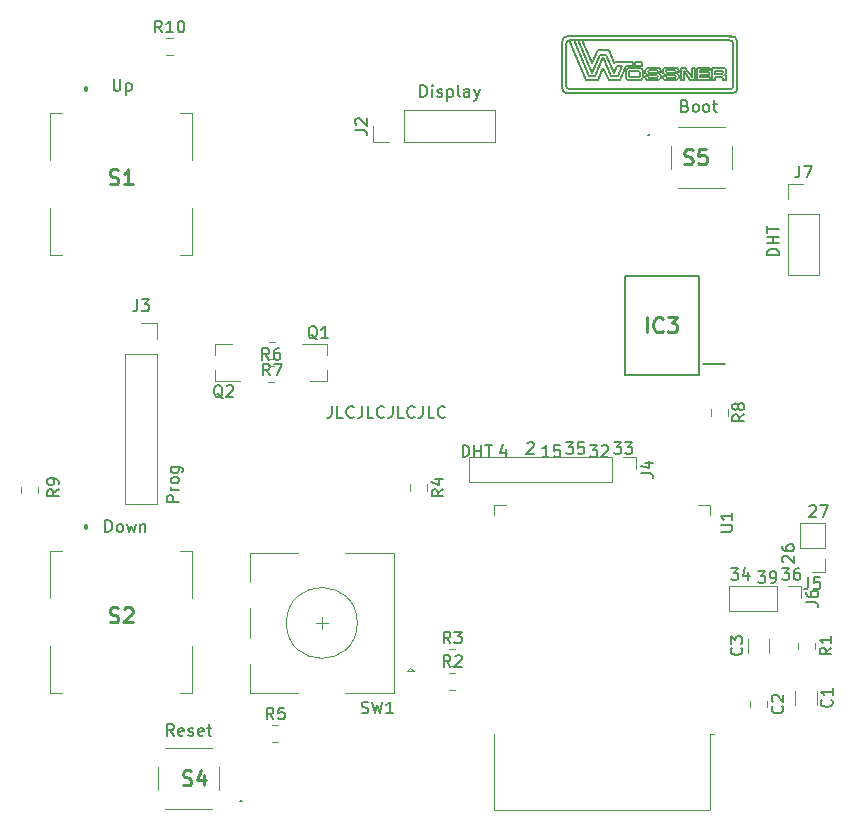
<source format=gbr>
%TF.GenerationSoftware,KiCad,Pcbnew,(5.1.6)-1*%
%TF.CreationDate,2022-02-08T04:05:35+01:00*%
%TF.ProjectId,Thermostat,54686572-6d6f-4737-9461-742e6b696361,rev?*%
%TF.SameCoordinates,Original*%
%TF.FileFunction,Legend,Top*%
%TF.FilePolarity,Positive*%
%FSLAX46Y46*%
G04 Gerber Fmt 4.6, Leading zero omitted, Abs format (unit mm)*
G04 Created by KiCad (PCBNEW (5.1.6)-1) date 2022-02-08 04:05:35*
%MOMM*%
%LPD*%
G01*
G04 APERTURE LIST*
%ADD10C,0.150000*%
%ADD11C,0.128000*%
%ADD12C,0.200000*%
%ADD13C,0.100000*%
%ADD14C,0.300000*%
%ADD15C,0.120000*%
%ADD16C,0.254000*%
G04 APERTURE END LIST*
D10*
X91646952Y-69302380D02*
X91646952Y-70016666D01*
X91599333Y-70159523D01*
X91504095Y-70254761D01*
X91361238Y-70302380D01*
X91266000Y-70302380D01*
X92599333Y-70302380D02*
X92123142Y-70302380D01*
X92123142Y-69302380D01*
X93504095Y-70207142D02*
X93456476Y-70254761D01*
X93313619Y-70302380D01*
X93218380Y-70302380D01*
X93075523Y-70254761D01*
X92980285Y-70159523D01*
X92932666Y-70064285D01*
X92885047Y-69873809D01*
X92885047Y-69730952D01*
X92932666Y-69540476D01*
X92980285Y-69445238D01*
X93075523Y-69350000D01*
X93218380Y-69302380D01*
X93313619Y-69302380D01*
X93456476Y-69350000D01*
X93504095Y-69397619D01*
X94218380Y-69302380D02*
X94218380Y-70016666D01*
X94170761Y-70159523D01*
X94075523Y-70254761D01*
X93932666Y-70302380D01*
X93837428Y-70302380D01*
X95170761Y-70302380D02*
X94694571Y-70302380D01*
X94694571Y-69302380D01*
X96075523Y-70207142D02*
X96027904Y-70254761D01*
X95885047Y-70302380D01*
X95789809Y-70302380D01*
X95646952Y-70254761D01*
X95551714Y-70159523D01*
X95504095Y-70064285D01*
X95456476Y-69873809D01*
X95456476Y-69730952D01*
X95504095Y-69540476D01*
X95551714Y-69445238D01*
X95646952Y-69350000D01*
X95789809Y-69302380D01*
X95885047Y-69302380D01*
X96027904Y-69350000D01*
X96075523Y-69397619D01*
X96789809Y-69302380D02*
X96789809Y-70016666D01*
X96742190Y-70159523D01*
X96646952Y-70254761D01*
X96504095Y-70302380D01*
X96408857Y-70302380D01*
X97742190Y-70302380D02*
X97266000Y-70302380D01*
X97266000Y-69302380D01*
X98646952Y-70207142D02*
X98599333Y-70254761D01*
X98456476Y-70302380D01*
X98361238Y-70302380D01*
X98218380Y-70254761D01*
X98123142Y-70159523D01*
X98075523Y-70064285D01*
X98027904Y-69873809D01*
X98027904Y-69730952D01*
X98075523Y-69540476D01*
X98123142Y-69445238D01*
X98218380Y-69350000D01*
X98361238Y-69302380D01*
X98456476Y-69302380D01*
X98599333Y-69350000D01*
X98646952Y-69397619D01*
X99361238Y-69302380D02*
X99361238Y-70016666D01*
X99313619Y-70159523D01*
X99218380Y-70254761D01*
X99075523Y-70302380D01*
X98980285Y-70302380D01*
X100313619Y-70302380D02*
X99837428Y-70302380D01*
X99837428Y-69302380D01*
X101218380Y-70207142D02*
X101170761Y-70254761D01*
X101027904Y-70302380D01*
X100932666Y-70302380D01*
X100789809Y-70254761D01*
X100694571Y-70159523D01*
X100646952Y-70064285D01*
X100599333Y-69873809D01*
X100599333Y-69730952D01*
X100646952Y-69540476D01*
X100694571Y-69445238D01*
X100789809Y-69350000D01*
X100932666Y-69302380D01*
X101027904Y-69302380D01*
X101170761Y-69350000D01*
X101218380Y-69397619D01*
D11*
X119156632Y-40865611D02*
G75*
G02*
X119258246Y-40991499I-12137J-113751D01*
G01*
X124086626Y-41160856D02*
X124696311Y-41160856D01*
X124086626Y-41736670D02*
X124086626Y-41416248D01*
X124086626Y-40908177D02*
X124086626Y-41160856D01*
X124086626Y-41416248D02*
X124662439Y-41416248D01*
X124662439Y-41416248D02*
G75*
G02*
X124797925Y-41601184I-24725J-160211D01*
G01*
X119156632Y-40865611D02*
X118497496Y-40865611D01*
X124797925Y-41009790D02*
G75*
G02*
X124696311Y-41160856I-126340J-24726D01*
G01*
X124696311Y-40908177D02*
G75*
G02*
X124797925Y-41009791I0J-101614D01*
G01*
X123831234Y-41736670D02*
X124086626Y-41736670D01*
X124696311Y-40908177D02*
X124086626Y-40908177D01*
X119513638Y-40923756D02*
X119513638Y-40991499D01*
X119178539Y-41312598D02*
X118364526Y-41285494D01*
X118158901Y-41065703D02*
X118158783Y-40865611D01*
X118371608Y-40652785D02*
X119242667Y-40652785D01*
X119178540Y-41312599D02*
G75*
G02*
X119174924Y-41523843I-3566J-105592D01*
G01*
X119242667Y-40652785D02*
G75*
G02*
X119513638Y-40923756I0J-270971D01*
G01*
X118158782Y-40865611D02*
G75*
G02*
X118371608Y-40652785I212826J0D01*
G01*
X118364525Y-41285493D02*
G75*
G02*
X118158901Y-41065703I7083J212707D01*
G01*
X116775306Y-41345792D02*
X116775306Y-41043662D01*
X116910792Y-41481278D02*
G75*
G02*
X116775306Y-41345792I0J135486D01*
G01*
X119513638Y-40991499D02*
X119258246Y-40991499D01*
X120804194Y-41736670D02*
X119933136Y-41736670D01*
X119662165Y-40865611D02*
G75*
G02*
X119874991Y-40652785I212826J0D01*
G01*
X119867908Y-41285495D02*
G75*
G02*
X119662282Y-41065703I7083J212709D01*
G01*
X120681921Y-41312599D02*
G75*
G02*
X120678307Y-41523843I-3565J-105592D01*
G01*
X125639686Y-42203960D02*
G75*
G02*
X125368987Y-42474659I-270699J0D01*
G01*
X120811276Y-41103960D02*
G75*
G02*
X121017021Y-41316669I-7082J-212709D01*
G01*
X120019171Y-41523843D02*
X120678307Y-41523843D01*
X120019171Y-41523843D02*
G75*
G02*
X119917556Y-41397956I12136J113751D01*
G01*
X121017021Y-41523843D02*
G75*
G02*
X120804194Y-41736670I-212827J0D01*
G01*
X121017021Y-41316669D02*
X121017021Y-41523843D01*
X120660015Y-40865611D02*
X120000879Y-40865611D01*
X125368987Y-42474659D02*
X111760000Y-42474659D01*
X120660015Y-40865611D02*
G75*
G02*
X120761629Y-40991499I-12137J-113751D01*
G01*
X120746050Y-40652785D02*
G75*
G02*
X121017021Y-40923756I0J-270971D01*
G01*
X120681922Y-41312598D02*
X119867909Y-41285494D01*
X119662282Y-41065703D02*
X119662165Y-40865611D01*
X125639687Y-38624701D02*
X125639687Y-42203960D01*
X119997263Y-41076857D02*
X120811277Y-41103960D01*
X119662165Y-41465699D02*
X119662165Y-41397956D01*
X119997263Y-41076857D02*
G75*
G02*
X120000879Y-40865611I3566J105593D01*
G01*
X119662165Y-41397956D02*
X119917556Y-41397956D01*
X119933136Y-41736670D02*
G75*
G02*
X119662165Y-41465699I0J270971D01*
G01*
X119874991Y-40652785D02*
X120746050Y-40652785D01*
X118429753Y-41736669D02*
G75*
G02*
X118158783Y-41465699I0J270970D01*
G01*
X118515788Y-41523843D02*
X119174924Y-41523843D01*
X119307894Y-41103961D02*
G75*
G02*
X119513638Y-41316669I-7082J-212708D01*
G01*
X118158783Y-41465699D02*
X118158783Y-41397956D01*
X118158783Y-41397956D02*
X118414174Y-41397956D01*
X119300812Y-41736670D02*
X118429753Y-41736670D01*
X118493881Y-41076857D02*
X119307894Y-41103960D01*
X118493880Y-41076857D02*
G75*
G02*
X118497496Y-40865611I3566J105593D01*
G01*
X119513638Y-41316669D02*
X119513638Y-41523843D01*
X119513639Y-41523843D02*
G75*
G02*
X119300812Y-41736670I-212827J0D01*
G01*
X118515789Y-41523843D02*
G75*
G02*
X118414174Y-41397956I12136J113751D01*
G01*
X116519915Y-41397956D02*
X116519915Y-40991499D01*
X116775307Y-41043662D02*
G75*
G02*
X116910792Y-40908177I135485J0D01*
G01*
X117619379Y-41481278D02*
X116910792Y-41481278D01*
X116858629Y-41736670D02*
G75*
G02*
X116519915Y-41397956I0J338714D01*
G01*
X116910792Y-40908177D02*
X117619379Y-40908177D01*
X117671542Y-40652785D02*
G75*
G02*
X118010256Y-40991499I0J-338714D01*
G01*
X116858629Y-40652785D02*
X117671542Y-40652785D01*
X116519915Y-40991499D02*
G75*
G02*
X116858629Y-40652785I338714J0D01*
G01*
X117619379Y-40908176D02*
G75*
G02*
X117754865Y-41043662I0J-135486D01*
G01*
X117754865Y-41345792D02*
G75*
G02*
X117619379Y-41481278I-135486J0D01*
G01*
X117754865Y-41043662D02*
X117754865Y-41345792D01*
X112863896Y-38354000D02*
X125368987Y-38354000D01*
X112495931Y-38354000D02*
X112863896Y-38354000D01*
X112127965Y-38354000D02*
X112495931Y-38354000D01*
X118010256Y-40991499D02*
X118010256Y-41397956D01*
X111489299Y-38624701D02*
G75*
G02*
X111760000Y-38354000I270701J0D01*
G01*
X111760000Y-38354000D02*
X112127965Y-38354000D01*
X117671542Y-41736670D02*
X116858629Y-41736670D01*
X111489299Y-42203960D02*
X111489299Y-38624701D01*
X111760000Y-42474661D02*
G75*
G02*
X111489299Y-42203960I0J270701D01*
G01*
X125368987Y-38354001D02*
G75*
G02*
X125639687Y-38624701I0J-270700D01*
G01*
X118010256Y-41397956D02*
G75*
G02*
X117671542Y-41736670I-338714J0D01*
G01*
X121165999Y-40652785D02*
X121566475Y-40652785D01*
X123682707Y-40652785D02*
X122546659Y-40652785D01*
X123682707Y-41736670D02*
X123682707Y-41481278D01*
X121165999Y-41736670D02*
X121165999Y-40652785D01*
X122802051Y-40874305D02*
X123682707Y-40874305D01*
X122802051Y-41305488D02*
X123614965Y-41305488D01*
X122546659Y-41736670D02*
X123682707Y-41736670D01*
X121017021Y-40991499D02*
X120761629Y-40991499D01*
X122546659Y-40652785D02*
X122546659Y-41736670D01*
X123682707Y-40874305D02*
X123682707Y-40652785D01*
X121017021Y-40923756D02*
X121017021Y-40991499D01*
X123614965Y-41050096D02*
X122802051Y-41050096D01*
X122802051Y-41481278D02*
X122802051Y-41305488D01*
X121421391Y-41736670D02*
X121165999Y-41736670D01*
X123682707Y-41481278D02*
X122802051Y-41481278D01*
X122802051Y-41050096D02*
X122802051Y-40874305D01*
X121997205Y-41736670D02*
X121421391Y-40957627D01*
X122397680Y-41736670D02*
X121997205Y-41736670D01*
X122397680Y-40652785D02*
X122397680Y-41736670D01*
X122142289Y-40652785D02*
X122397680Y-40652785D01*
X123614965Y-41305488D02*
X123614965Y-41050096D01*
X122142289Y-41431827D02*
X122142289Y-40652785D01*
X121566475Y-40652785D02*
X122142289Y-41431827D01*
X124797925Y-41601184D02*
X124797925Y-41736670D01*
X124850088Y-40652785D02*
X123831234Y-40652785D01*
X124850088Y-41280762D02*
G75*
G02*
X125053317Y-41533441I-24725J-227954D01*
G01*
X125053317Y-41736670D02*
X125053317Y-41533441D01*
X124850088Y-40652784D02*
G75*
G02*
X125053317Y-40856013I0J-203229D01*
G01*
X125053317Y-41126985D02*
X125053317Y-40856013D01*
X125053317Y-41126985D02*
G75*
G02*
X124850088Y-41280762I-178503J24726D01*
G01*
X124797925Y-41736670D02*
X125053317Y-41736670D01*
X123831234Y-40652785D02*
X123831234Y-41736670D01*
X121421391Y-40957627D02*
X121421391Y-41736670D01*
X113680063Y-41143642D02*
X114349652Y-39566190D01*
X115568026Y-41143642D02*
X115820665Y-40486421D01*
X125338511Y-38073881D02*
G75*
G02*
X125985582Y-38429195I225982J-355314D01*
G01*
X125985582Y-42399464D02*
X125985582Y-38429195D01*
X114624045Y-39786633D02*
X113954456Y-41364084D01*
X112495931Y-38354000D02*
X113680063Y-41143642D01*
X114898438Y-39566190D02*
X115568026Y-41143642D01*
X125985583Y-42399464D02*
G75*
G02*
X125564493Y-42820554I-421090J0D01*
G01*
X125564493Y-38008106D02*
X111564494Y-38008106D01*
X111143405Y-38429195D02*
X111143405Y-42399464D01*
X115293633Y-41364084D02*
X114624045Y-39786633D01*
X111143405Y-38429195D02*
G75*
G02*
X111564494Y-38008106I421089J0D01*
G01*
X111564494Y-42820554D02*
X125564493Y-42820554D01*
X116188631Y-40486421D02*
X115842419Y-41364084D01*
X117321324Y-40486421D02*
X117321324Y-40209747D01*
X117891707Y-40486421D02*
X117321324Y-40486421D01*
X115820665Y-40486421D02*
X116188631Y-40486421D01*
X114349652Y-39566190D02*
X114898438Y-39566190D01*
X115842419Y-41364084D02*
X115293633Y-41364084D01*
X111564494Y-42820553D02*
G75*
G02*
X111143405Y-42399464I0J421089D01*
G01*
X117321324Y-40209747D02*
X117891707Y-40209747D01*
X117891707Y-40209747D02*
X117891707Y-40486421D01*
X113405670Y-41364084D02*
X112127965Y-38354000D01*
X114139839Y-39193605D02*
X113680063Y-40276769D01*
X115108250Y-39193605D02*
X114139839Y-39193605D01*
X113680063Y-40276769D02*
X112863896Y-38354000D01*
X113954456Y-41364084D02*
X113405670Y-41364084D01*
X116556596Y-40486421D02*
X117174976Y-40486421D01*
X115596475Y-40209747D02*
X115568026Y-40276769D01*
X117174976Y-40486421D02*
X117174976Y-40209747D01*
X115083821Y-41736670D02*
X116052232Y-41736670D01*
X114164269Y-41736670D02*
X114624045Y-40653505D01*
X115568026Y-40276769D02*
X115108250Y-39193605D01*
X117174976Y-40209747D02*
X115596475Y-40209747D01*
X116052232Y-41736670D02*
X116556596Y-40486421D01*
X114624045Y-40653505D02*
X115083821Y-41736670D01*
X113195858Y-41736670D02*
X114164269Y-41736670D01*
X111760000Y-38354000D02*
X113195858Y-41736670D01*
D10*
X102719333Y-73604380D02*
X102719333Y-72604380D01*
X102957428Y-72604380D01*
X103100285Y-72652000D01*
X103195523Y-72747238D01*
X103243142Y-72842476D01*
X103290761Y-73032952D01*
X103290761Y-73175809D01*
X103243142Y-73366285D01*
X103195523Y-73461523D01*
X103100285Y-73556761D01*
X102957428Y-73604380D01*
X102719333Y-73604380D01*
X103719333Y-73604380D02*
X103719333Y-72604380D01*
X103719333Y-73080571D02*
X104290761Y-73080571D01*
X104290761Y-73604380D02*
X104290761Y-72604380D01*
X104624095Y-72604380D02*
X105195523Y-72604380D01*
X104909809Y-73604380D02*
X104909809Y-72604380D01*
X132080095Y-77779619D02*
X132127714Y-77732000D01*
X132222952Y-77684380D01*
X132461047Y-77684380D01*
X132556285Y-77732000D01*
X132603904Y-77779619D01*
X132651523Y-77874857D01*
X132651523Y-77970095D01*
X132603904Y-78112952D01*
X132032476Y-78684380D01*
X132651523Y-78684380D01*
X132984857Y-77684380D02*
X133651523Y-77684380D01*
X133222952Y-78684380D01*
X129849619Y-82549904D02*
X129802000Y-82502285D01*
X129754380Y-82407047D01*
X129754380Y-82168952D01*
X129802000Y-82073714D01*
X129849619Y-82026095D01*
X129944857Y-81978476D01*
X130040095Y-81978476D01*
X130182952Y-82026095D01*
X130754380Y-82597523D01*
X130754380Y-81978476D01*
X129754380Y-81121333D02*
X129754380Y-81311809D01*
X129802000Y-81407047D01*
X129849619Y-81454666D01*
X129992476Y-81549904D01*
X130182952Y-81597523D01*
X130563904Y-81597523D01*
X130659142Y-81549904D01*
X130706761Y-81502285D01*
X130754380Y-81407047D01*
X130754380Y-81216571D01*
X130706761Y-81121333D01*
X130659142Y-81073714D01*
X130563904Y-81026095D01*
X130325809Y-81026095D01*
X130230571Y-81073714D01*
X130182952Y-81121333D01*
X130135333Y-81216571D01*
X130135333Y-81407047D01*
X130182952Y-81502285D01*
X130230571Y-81549904D01*
X130325809Y-81597523D01*
X129746476Y-83018380D02*
X130365523Y-83018380D01*
X130032190Y-83399333D01*
X130175047Y-83399333D01*
X130270285Y-83446952D01*
X130317904Y-83494571D01*
X130365523Y-83589809D01*
X130365523Y-83827904D01*
X130317904Y-83923142D01*
X130270285Y-83970761D01*
X130175047Y-84018380D01*
X129889333Y-84018380D01*
X129794095Y-83970761D01*
X129746476Y-83923142D01*
X131222666Y-83018380D02*
X131032190Y-83018380D01*
X130936952Y-83066000D01*
X130889333Y-83113619D01*
X130794095Y-83256476D01*
X130746476Y-83446952D01*
X130746476Y-83827904D01*
X130794095Y-83923142D01*
X130841714Y-83970761D01*
X130936952Y-84018380D01*
X131127428Y-84018380D01*
X131222666Y-83970761D01*
X131270285Y-83923142D01*
X131317904Y-83827904D01*
X131317904Y-83589809D01*
X131270285Y-83494571D01*
X131222666Y-83446952D01*
X131127428Y-83399333D01*
X130936952Y-83399333D01*
X130841714Y-83446952D01*
X130794095Y-83494571D01*
X130746476Y-83589809D01*
X127714476Y-83272380D02*
X128333523Y-83272380D01*
X128000190Y-83653333D01*
X128143047Y-83653333D01*
X128238285Y-83700952D01*
X128285904Y-83748571D01*
X128333523Y-83843809D01*
X128333523Y-84081904D01*
X128285904Y-84177142D01*
X128238285Y-84224761D01*
X128143047Y-84272380D01*
X127857333Y-84272380D01*
X127762095Y-84224761D01*
X127714476Y-84177142D01*
X128809714Y-84272380D02*
X129000190Y-84272380D01*
X129095428Y-84224761D01*
X129143047Y-84177142D01*
X129238285Y-84034285D01*
X129285904Y-83843809D01*
X129285904Y-83462857D01*
X129238285Y-83367619D01*
X129190666Y-83320000D01*
X129095428Y-83272380D01*
X128904952Y-83272380D01*
X128809714Y-83320000D01*
X128762095Y-83367619D01*
X128714476Y-83462857D01*
X128714476Y-83700952D01*
X128762095Y-83796190D01*
X128809714Y-83843809D01*
X128904952Y-83891428D01*
X129095428Y-83891428D01*
X129190666Y-83843809D01*
X129238285Y-83796190D01*
X129285904Y-83700952D01*
X125428476Y-83018380D02*
X126047523Y-83018380D01*
X125714190Y-83399333D01*
X125857047Y-83399333D01*
X125952285Y-83446952D01*
X125999904Y-83494571D01*
X126047523Y-83589809D01*
X126047523Y-83827904D01*
X125999904Y-83923142D01*
X125952285Y-83970761D01*
X125857047Y-84018380D01*
X125571333Y-84018380D01*
X125476095Y-83970761D01*
X125428476Y-83923142D01*
X126904666Y-83351714D02*
X126904666Y-84018380D01*
X126666571Y-82970761D02*
X126428476Y-83685047D01*
X127047523Y-83685047D01*
X115522476Y-72350380D02*
X116141523Y-72350380D01*
X115808190Y-72731333D01*
X115951047Y-72731333D01*
X116046285Y-72778952D01*
X116093904Y-72826571D01*
X116141523Y-72921809D01*
X116141523Y-73159904D01*
X116093904Y-73255142D01*
X116046285Y-73302761D01*
X115951047Y-73350380D01*
X115665333Y-73350380D01*
X115570095Y-73302761D01*
X115522476Y-73255142D01*
X116474857Y-72350380D02*
X117093904Y-72350380D01*
X116760571Y-72731333D01*
X116903428Y-72731333D01*
X116998666Y-72778952D01*
X117046285Y-72826571D01*
X117093904Y-72921809D01*
X117093904Y-73159904D01*
X117046285Y-73255142D01*
X116998666Y-73302761D01*
X116903428Y-73350380D01*
X116617714Y-73350380D01*
X116522476Y-73302761D01*
X116474857Y-73255142D01*
X113490476Y-72604380D02*
X114109523Y-72604380D01*
X113776190Y-72985333D01*
X113919047Y-72985333D01*
X114014285Y-73032952D01*
X114061904Y-73080571D01*
X114109523Y-73175809D01*
X114109523Y-73413904D01*
X114061904Y-73509142D01*
X114014285Y-73556761D01*
X113919047Y-73604380D01*
X113633333Y-73604380D01*
X113538095Y-73556761D01*
X113490476Y-73509142D01*
X114490476Y-72699619D02*
X114538095Y-72652000D01*
X114633333Y-72604380D01*
X114871428Y-72604380D01*
X114966666Y-72652000D01*
X115014285Y-72699619D01*
X115061904Y-72794857D01*
X115061904Y-72890095D01*
X115014285Y-73032952D01*
X114442857Y-73604380D01*
X115061904Y-73604380D01*
X111458476Y-72350380D02*
X112077523Y-72350380D01*
X111744190Y-72731333D01*
X111887047Y-72731333D01*
X111982285Y-72778952D01*
X112029904Y-72826571D01*
X112077523Y-72921809D01*
X112077523Y-73159904D01*
X112029904Y-73255142D01*
X111982285Y-73302761D01*
X111887047Y-73350380D01*
X111601333Y-73350380D01*
X111506095Y-73302761D01*
X111458476Y-73255142D01*
X112982285Y-72350380D02*
X112506095Y-72350380D01*
X112458476Y-72826571D01*
X112506095Y-72778952D01*
X112601333Y-72731333D01*
X112839428Y-72731333D01*
X112934666Y-72778952D01*
X112982285Y-72826571D01*
X113029904Y-72921809D01*
X113029904Y-73159904D01*
X112982285Y-73255142D01*
X112934666Y-73302761D01*
X112839428Y-73350380D01*
X112601333Y-73350380D01*
X112506095Y-73302761D01*
X112458476Y-73255142D01*
X110045523Y-73604380D02*
X109474095Y-73604380D01*
X109759809Y-73604380D02*
X109759809Y-72604380D01*
X109664571Y-72747238D01*
X109569333Y-72842476D01*
X109474095Y-72890095D01*
X110950285Y-72604380D02*
X110474095Y-72604380D01*
X110426476Y-73080571D01*
X110474095Y-73032952D01*
X110569333Y-72985333D01*
X110807428Y-72985333D01*
X110902666Y-73032952D01*
X110950285Y-73080571D01*
X110997904Y-73175809D01*
X110997904Y-73413904D01*
X110950285Y-73509142D01*
X110902666Y-73556761D01*
X110807428Y-73604380D01*
X110569333Y-73604380D01*
X110474095Y-73556761D01*
X110426476Y-73509142D01*
X108172285Y-72445619D02*
X108219904Y-72398000D01*
X108315142Y-72350380D01*
X108553238Y-72350380D01*
X108648476Y-72398000D01*
X108696095Y-72445619D01*
X108743714Y-72540857D01*
X108743714Y-72636095D01*
X108696095Y-72778952D01*
X108124666Y-73350380D01*
X108743714Y-73350380D01*
X106362476Y-72937714D02*
X106362476Y-73604380D01*
X106124380Y-72556761D02*
X105886285Y-73271047D01*
X106505333Y-73271047D01*
X129484380Y-56538666D02*
X128484380Y-56538666D01*
X128484380Y-56300571D01*
X128532000Y-56157714D01*
X128627238Y-56062476D01*
X128722476Y-56014857D01*
X128912952Y-55967238D01*
X129055809Y-55967238D01*
X129246285Y-56014857D01*
X129341523Y-56062476D01*
X129436761Y-56157714D01*
X129484380Y-56300571D01*
X129484380Y-56538666D01*
X129484380Y-55538666D02*
X128484380Y-55538666D01*
X128960571Y-55538666D02*
X128960571Y-54967238D01*
X129484380Y-54967238D02*
X128484380Y-54967238D01*
X128484380Y-54633904D02*
X128484380Y-54062476D01*
X129484380Y-54348190D02*
X128484380Y-54348190D01*
X121562952Y-43870571D02*
X121705809Y-43918190D01*
X121753428Y-43965809D01*
X121801047Y-44061047D01*
X121801047Y-44203904D01*
X121753428Y-44299142D01*
X121705809Y-44346761D01*
X121610571Y-44394380D01*
X121229619Y-44394380D01*
X121229619Y-43394380D01*
X121562952Y-43394380D01*
X121658190Y-43442000D01*
X121705809Y-43489619D01*
X121753428Y-43584857D01*
X121753428Y-43680095D01*
X121705809Y-43775333D01*
X121658190Y-43822952D01*
X121562952Y-43870571D01*
X121229619Y-43870571D01*
X122372476Y-44394380D02*
X122277238Y-44346761D01*
X122229619Y-44299142D01*
X122182000Y-44203904D01*
X122182000Y-43918190D01*
X122229619Y-43822952D01*
X122277238Y-43775333D01*
X122372476Y-43727714D01*
X122515333Y-43727714D01*
X122610571Y-43775333D01*
X122658190Y-43822952D01*
X122705809Y-43918190D01*
X122705809Y-44203904D01*
X122658190Y-44299142D01*
X122610571Y-44346761D01*
X122515333Y-44394380D01*
X122372476Y-44394380D01*
X123277238Y-44394380D02*
X123182000Y-44346761D01*
X123134380Y-44299142D01*
X123086761Y-44203904D01*
X123086761Y-43918190D01*
X123134380Y-43822952D01*
X123182000Y-43775333D01*
X123277238Y-43727714D01*
X123420095Y-43727714D01*
X123515333Y-43775333D01*
X123562952Y-43822952D01*
X123610571Y-43918190D01*
X123610571Y-44203904D01*
X123562952Y-44299142D01*
X123515333Y-44346761D01*
X123420095Y-44394380D01*
X123277238Y-44394380D01*
X123896285Y-43727714D02*
X124277238Y-43727714D01*
X124039142Y-43394380D02*
X124039142Y-44251523D01*
X124086761Y-44346761D01*
X124182000Y-44394380D01*
X124277238Y-44394380D01*
X99147619Y-43124380D02*
X99147619Y-42124380D01*
X99385714Y-42124380D01*
X99528571Y-42172000D01*
X99623809Y-42267238D01*
X99671428Y-42362476D01*
X99719047Y-42552952D01*
X99719047Y-42695809D01*
X99671428Y-42886285D01*
X99623809Y-42981523D01*
X99528571Y-43076761D01*
X99385714Y-43124380D01*
X99147619Y-43124380D01*
X100147619Y-43124380D02*
X100147619Y-42457714D01*
X100147619Y-42124380D02*
X100100000Y-42172000D01*
X100147619Y-42219619D01*
X100195238Y-42172000D01*
X100147619Y-42124380D01*
X100147619Y-42219619D01*
X100576190Y-43076761D02*
X100671428Y-43124380D01*
X100861904Y-43124380D01*
X100957142Y-43076761D01*
X101004761Y-42981523D01*
X101004761Y-42933904D01*
X100957142Y-42838666D01*
X100861904Y-42791047D01*
X100719047Y-42791047D01*
X100623809Y-42743428D01*
X100576190Y-42648190D01*
X100576190Y-42600571D01*
X100623809Y-42505333D01*
X100719047Y-42457714D01*
X100861904Y-42457714D01*
X100957142Y-42505333D01*
X101433333Y-42457714D02*
X101433333Y-43457714D01*
X101433333Y-42505333D02*
X101528571Y-42457714D01*
X101719047Y-42457714D01*
X101814285Y-42505333D01*
X101861904Y-42552952D01*
X101909523Y-42648190D01*
X101909523Y-42933904D01*
X101861904Y-43029142D01*
X101814285Y-43076761D01*
X101719047Y-43124380D01*
X101528571Y-43124380D01*
X101433333Y-43076761D01*
X102480952Y-43124380D02*
X102385714Y-43076761D01*
X102338095Y-42981523D01*
X102338095Y-42124380D01*
X103290476Y-43124380D02*
X103290476Y-42600571D01*
X103242857Y-42505333D01*
X103147619Y-42457714D01*
X102957142Y-42457714D01*
X102861904Y-42505333D01*
X103290476Y-43076761D02*
X103195238Y-43124380D01*
X102957142Y-43124380D01*
X102861904Y-43076761D01*
X102814285Y-42981523D01*
X102814285Y-42886285D01*
X102861904Y-42791047D01*
X102957142Y-42743428D01*
X103195238Y-42743428D01*
X103290476Y-42695809D01*
X103671428Y-42457714D02*
X103909523Y-43124380D01*
X104147619Y-42457714D02*
X103909523Y-43124380D01*
X103814285Y-43362476D01*
X103766666Y-43410095D01*
X103671428Y-43457714D01*
X73175904Y-41616380D02*
X73175904Y-42425904D01*
X73223523Y-42521142D01*
X73271142Y-42568761D01*
X73366380Y-42616380D01*
X73556857Y-42616380D01*
X73652095Y-42568761D01*
X73699714Y-42521142D01*
X73747333Y-42425904D01*
X73747333Y-41616380D01*
X74223523Y-41949714D02*
X74223523Y-42949714D01*
X74223523Y-41997333D02*
X74318761Y-41949714D01*
X74509238Y-41949714D01*
X74604476Y-41997333D01*
X74652095Y-42044952D01*
X74699714Y-42140190D01*
X74699714Y-42425904D01*
X74652095Y-42521142D01*
X74604476Y-42568761D01*
X74509238Y-42616380D01*
X74318761Y-42616380D01*
X74223523Y-42568761D01*
X78684380Y-77422190D02*
X77684380Y-77422190D01*
X77684380Y-77041238D01*
X77732000Y-76946000D01*
X77779619Y-76898380D01*
X77874857Y-76850761D01*
X78017714Y-76850761D01*
X78112952Y-76898380D01*
X78160571Y-76946000D01*
X78208190Y-77041238D01*
X78208190Y-77422190D01*
X78684380Y-76422190D02*
X78017714Y-76422190D01*
X78208190Y-76422190D02*
X78112952Y-76374571D01*
X78065333Y-76326952D01*
X78017714Y-76231714D01*
X78017714Y-76136476D01*
X78684380Y-75660285D02*
X78636761Y-75755523D01*
X78589142Y-75803142D01*
X78493904Y-75850761D01*
X78208190Y-75850761D01*
X78112952Y-75803142D01*
X78065333Y-75755523D01*
X78017714Y-75660285D01*
X78017714Y-75517428D01*
X78065333Y-75422190D01*
X78112952Y-75374571D01*
X78208190Y-75326952D01*
X78493904Y-75326952D01*
X78589142Y-75374571D01*
X78636761Y-75422190D01*
X78684380Y-75517428D01*
X78684380Y-75660285D01*
X78017714Y-74469809D02*
X78827238Y-74469809D01*
X78922476Y-74517428D01*
X78970095Y-74565047D01*
X79017714Y-74660285D01*
X79017714Y-74803142D01*
X78970095Y-74898380D01*
X78636761Y-74469809D02*
X78684380Y-74565047D01*
X78684380Y-74755523D01*
X78636761Y-74850761D01*
X78589142Y-74898380D01*
X78493904Y-74946000D01*
X78208190Y-74946000D01*
X78112952Y-74898380D01*
X78065333Y-74850761D01*
X78017714Y-74755523D01*
X78017714Y-74565047D01*
X78065333Y-74469809D01*
X72477523Y-79954380D02*
X72477523Y-78954380D01*
X72715619Y-78954380D01*
X72858476Y-79002000D01*
X72953714Y-79097238D01*
X73001333Y-79192476D01*
X73048952Y-79382952D01*
X73048952Y-79525809D01*
X73001333Y-79716285D01*
X72953714Y-79811523D01*
X72858476Y-79906761D01*
X72715619Y-79954380D01*
X72477523Y-79954380D01*
X73620380Y-79954380D02*
X73525142Y-79906761D01*
X73477523Y-79859142D01*
X73429904Y-79763904D01*
X73429904Y-79478190D01*
X73477523Y-79382952D01*
X73525142Y-79335333D01*
X73620380Y-79287714D01*
X73763238Y-79287714D01*
X73858476Y-79335333D01*
X73906095Y-79382952D01*
X73953714Y-79478190D01*
X73953714Y-79763904D01*
X73906095Y-79859142D01*
X73858476Y-79906761D01*
X73763238Y-79954380D01*
X73620380Y-79954380D01*
X74287047Y-79287714D02*
X74477523Y-79954380D01*
X74668000Y-79478190D01*
X74858476Y-79954380D01*
X75048952Y-79287714D01*
X75429904Y-79287714D02*
X75429904Y-79954380D01*
X75429904Y-79382952D02*
X75477523Y-79335333D01*
X75572761Y-79287714D01*
X75715619Y-79287714D01*
X75810857Y-79335333D01*
X75858476Y-79430571D01*
X75858476Y-79954380D01*
X78263904Y-97226380D02*
X77930571Y-96750190D01*
X77692476Y-97226380D02*
X77692476Y-96226380D01*
X78073428Y-96226380D01*
X78168666Y-96274000D01*
X78216285Y-96321619D01*
X78263904Y-96416857D01*
X78263904Y-96559714D01*
X78216285Y-96654952D01*
X78168666Y-96702571D01*
X78073428Y-96750190D01*
X77692476Y-96750190D01*
X79073428Y-97178761D02*
X78978190Y-97226380D01*
X78787714Y-97226380D01*
X78692476Y-97178761D01*
X78644857Y-97083523D01*
X78644857Y-96702571D01*
X78692476Y-96607333D01*
X78787714Y-96559714D01*
X78978190Y-96559714D01*
X79073428Y-96607333D01*
X79121047Y-96702571D01*
X79121047Y-96797809D01*
X78644857Y-96893047D01*
X79502000Y-97178761D02*
X79597238Y-97226380D01*
X79787714Y-97226380D01*
X79882952Y-97178761D01*
X79930571Y-97083523D01*
X79930571Y-97035904D01*
X79882952Y-96940666D01*
X79787714Y-96893047D01*
X79644857Y-96893047D01*
X79549619Y-96845428D01*
X79502000Y-96750190D01*
X79502000Y-96702571D01*
X79549619Y-96607333D01*
X79644857Y-96559714D01*
X79787714Y-96559714D01*
X79882952Y-96607333D01*
X80740095Y-97178761D02*
X80644857Y-97226380D01*
X80454380Y-97226380D01*
X80359142Y-97178761D01*
X80311523Y-97083523D01*
X80311523Y-96702571D01*
X80359142Y-96607333D01*
X80454380Y-96559714D01*
X80644857Y-96559714D01*
X80740095Y-96607333D01*
X80787714Y-96702571D01*
X80787714Y-96797809D01*
X80311523Y-96893047D01*
X81073428Y-96559714D02*
X81454380Y-96559714D01*
X81216285Y-96226380D02*
X81216285Y-97083523D01*
X81263904Y-97178761D01*
X81359142Y-97226380D01*
X81454380Y-97226380D01*
D12*
%TO.C,S5*%
X118536000Y-46360000D02*
G75*
G02*
X118436000Y-46360000I-50000J0D01*
G01*
X118436000Y-46360000D02*
G75*
G02*
X118536000Y-46360000I50000J0D01*
G01*
X118536000Y-46360000D02*
G75*
G02*
X118436000Y-46360000I-50000J0D01*
G01*
D13*
X120936000Y-50810000D02*
X124936000Y-50810000D01*
X120936000Y-45710000D02*
X124936000Y-45710000D01*
X125486000Y-47260000D02*
X125486000Y-49260000D01*
X120386000Y-47260000D02*
X120386000Y-49260000D01*
D12*
X118436000Y-46360000D02*
X118436000Y-46360000D01*
X118536000Y-46360000D02*
X118536000Y-46360000D01*
X118436000Y-46360000D02*
X118436000Y-46360000D01*
%TO.C,S4*%
X83902000Y-102738000D02*
G75*
G02*
X84002000Y-102738000I50000J0D01*
G01*
X84002000Y-102738000D02*
G75*
G02*
X83902000Y-102738000I-50000J0D01*
G01*
X83902000Y-102738000D02*
G75*
G02*
X84002000Y-102738000I50000J0D01*
G01*
D13*
X81502000Y-98288000D02*
X77502000Y-98288000D01*
X81502000Y-103388000D02*
X77502000Y-103388000D01*
X76952000Y-101838000D02*
X76952000Y-99838000D01*
X82052000Y-101838000D02*
X82052000Y-99838000D01*
D12*
X84002000Y-102738000D02*
X84002000Y-102738000D01*
X83902000Y-102738000D02*
X83902000Y-102738000D01*
X84002000Y-102738000D02*
X84002000Y-102738000D01*
D14*
%TO.C,S2*%
X70806000Y-79588000D02*
G75*
G02*
X70806000Y-79488000I0J50000D01*
G01*
X70806000Y-79488000D02*
G75*
G02*
X70806000Y-79588000I0J-50000D01*
G01*
X70806000Y-79488000D02*
X70806000Y-79488000D01*
X70806000Y-79588000D02*
X70806000Y-79588000D01*
D13*
X79806000Y-93588000D02*
X78806000Y-93588000D01*
X79806000Y-89588000D02*
X79806000Y-93588000D01*
X67806000Y-93638000D02*
X68806000Y-93588000D01*
X67806000Y-89588000D02*
X67806000Y-93638000D01*
X79806000Y-81588000D02*
X79806000Y-85588000D01*
X78806000Y-81538000D02*
X79806000Y-81588000D01*
X67806000Y-81588000D02*
X67806000Y-85588000D01*
X68806000Y-81588000D02*
X67806000Y-81588000D01*
D14*
%TO.C,S1*%
X70806000Y-42504000D02*
G75*
G02*
X70806000Y-42404000I0J50000D01*
G01*
X70806000Y-42404000D02*
G75*
G02*
X70806000Y-42504000I0J-50000D01*
G01*
X70806000Y-42404000D02*
X70806000Y-42404000D01*
X70806000Y-42504000D02*
X70806000Y-42504000D01*
D13*
X79806000Y-56504000D02*
X78806000Y-56504000D01*
X79806000Y-52504000D02*
X79806000Y-56504000D01*
X67806000Y-56554000D02*
X68806000Y-56504000D01*
X67806000Y-52504000D02*
X67806000Y-56554000D01*
X79806000Y-44504000D02*
X79806000Y-48504000D01*
X78806000Y-44454000D02*
X79806000Y-44504000D01*
X67806000Y-44504000D02*
X67806000Y-48504000D01*
X68806000Y-44504000D02*
X67806000Y-44504000D01*
D15*
%TO.C,J6*%
X125242000Y-84538000D02*
X125242000Y-86658000D01*
X129302000Y-84538000D02*
X125242000Y-84538000D01*
X129302000Y-86658000D02*
X125242000Y-86658000D01*
X129302000Y-84538000D02*
X129302000Y-86658000D01*
X130302000Y-84538000D02*
X131362000Y-84538000D01*
X131362000Y-84538000D02*
X131362000Y-85598000D01*
%TO.C,J5*%
X133394000Y-79236000D02*
X131274000Y-79236000D01*
X133394000Y-81296000D02*
X133394000Y-79236000D01*
X131274000Y-81296000D02*
X131274000Y-79236000D01*
X133394000Y-81296000D02*
X131274000Y-81296000D01*
X133394000Y-82296000D02*
X133394000Y-83356000D01*
X133394000Y-83356000D02*
X132334000Y-83356000D01*
D12*
%TO.C,IC3*%
X124941000Y-65728000D02*
X123041000Y-65728000D01*
X122691000Y-58297000D02*
X122691000Y-66679000D01*
X116441000Y-58297000D02*
X122691000Y-58297000D01*
X116441000Y-66679000D02*
X116441000Y-58297000D01*
X122691000Y-66679000D02*
X116441000Y-66679000D01*
D15*
%TO.C,J4*%
X103272000Y-73616000D02*
X103272000Y-75736000D01*
X115332000Y-73616000D02*
X103272000Y-73616000D01*
X115332000Y-75736000D02*
X103272000Y-75736000D01*
X115332000Y-73616000D02*
X115332000Y-75736000D01*
X116332000Y-73616000D02*
X117392000Y-73616000D01*
X117392000Y-73616000D02*
X117392000Y-74676000D01*
%TO.C,J7*%
X130242000Y-58226000D02*
X132902000Y-58226000D01*
X130242000Y-53086000D02*
X130242000Y-58226000D01*
X132902000Y-53086000D02*
X132902000Y-58226000D01*
X130242000Y-53086000D02*
X132902000Y-53086000D01*
X130242000Y-51816000D02*
X130242000Y-50486000D01*
X130242000Y-50486000D02*
X131572000Y-50486000D01*
%TO.C,SW1*%
X93798000Y-87670000D02*
G75*
G03*
X93798000Y-87670000I-3000000J0D01*
G01*
X88798000Y-93570000D02*
X84698000Y-93570000D01*
X84698000Y-81770000D02*
X88798000Y-81770000D01*
X92798000Y-81770000D02*
X96898000Y-81770000D01*
X92798000Y-93570000D02*
X96898000Y-93570000D01*
X96898000Y-93570000D02*
X96898000Y-81770000D01*
X98298000Y-91470000D02*
X98598000Y-91770000D01*
X98598000Y-91770000D02*
X97998000Y-91770000D01*
X97998000Y-91770000D02*
X98298000Y-91470000D01*
X84698000Y-93570000D02*
X84698000Y-91170000D01*
X84698000Y-88970000D02*
X84698000Y-86370000D01*
X84698000Y-84170000D02*
X84698000Y-81770000D01*
X90798000Y-88170000D02*
X90798000Y-87170000D01*
X91298000Y-87670000D02*
X90298000Y-87670000D01*
%TO.C,R10*%
X77640922Y-39572000D02*
X78158078Y-39572000D01*
X77640922Y-38152000D02*
X78158078Y-38152000D01*
%TO.C,R9*%
X66750000Y-76634078D02*
X66750000Y-76116922D01*
X65330000Y-76634078D02*
X65330000Y-76116922D01*
%TO.C,U1*%
X123620000Y-97045000D02*
X124000000Y-97045000D01*
X123620000Y-103465000D02*
X123620000Y-97045000D01*
X105380000Y-103465000D02*
X105380000Y-97045000D01*
X123620000Y-103465000D02*
X105380000Y-103465000D01*
X105380000Y-77720000D02*
X106380000Y-77720000D01*
X105380000Y-78500000D02*
X105380000Y-77720000D01*
X123620000Y-77720000D02*
X122620000Y-77720000D01*
X123620000Y-78500000D02*
X123620000Y-77720000D01*
%TO.C,R8*%
X123750000Y-69591422D02*
X123750000Y-70108578D01*
X125170000Y-69591422D02*
X125170000Y-70108578D01*
%TO.C,R7*%
X86821078Y-63890000D02*
X86303922Y-63890000D01*
X86821078Y-65310000D02*
X86303922Y-65310000D01*
%TO.C,R6*%
X86241422Y-67310000D02*
X86758578Y-67310000D01*
X86241422Y-65890000D02*
X86758578Y-65890000D01*
%TO.C,R5*%
X86609422Y-97738000D02*
X87126578Y-97738000D01*
X86609422Y-96318000D02*
X87126578Y-96318000D01*
%TO.C,R4*%
X98271500Y-75941422D02*
X98271500Y-76458578D01*
X99691500Y-75941422D02*
X99691500Y-76458578D01*
%TO.C,R3*%
X101595422Y-91310000D02*
X102112578Y-91310000D01*
X101595422Y-89890000D02*
X102112578Y-89890000D01*
%TO.C,R2*%
X101595422Y-93310000D02*
X102112578Y-93310000D01*
X101595422Y-91890000D02*
X102112578Y-91890000D01*
%TO.C,R1*%
X131122500Y-89341422D02*
X131122500Y-89858578D01*
X132542500Y-89341422D02*
X132542500Y-89858578D01*
%TO.C,Q2*%
X81740000Y-64020000D02*
X83200000Y-64020000D01*
X81740000Y-67180000D02*
X83900000Y-67180000D01*
X81740000Y-67180000D02*
X81740000Y-66250000D01*
X81740000Y-64020000D02*
X81740000Y-64950000D01*
%TO.C,Q1*%
X91260000Y-67180000D02*
X89800000Y-67180000D01*
X91260000Y-64020000D02*
X89100000Y-64020000D01*
X91260000Y-64020000D02*
X91260000Y-64950000D01*
X91260000Y-67180000D02*
X91260000Y-66250000D01*
%TO.C,J3*%
X75500000Y-62270000D02*
X76830000Y-62270000D01*
X76830000Y-62270000D02*
X76830000Y-63600000D01*
X76830000Y-64870000D02*
X76830000Y-77630000D01*
X74170000Y-77630000D02*
X76830000Y-77630000D01*
X74170000Y-64870000D02*
X74170000Y-77630000D01*
X74170000Y-64870000D02*
X76830000Y-64870000D01*
%TO.C,J2*%
X95170000Y-46930000D02*
X95170000Y-45600000D01*
X96500000Y-46930000D02*
X95170000Y-46930000D01*
X97770000Y-46930000D02*
X97770000Y-44270000D01*
X97770000Y-44270000D02*
X105450000Y-44270000D01*
X97770000Y-46930000D02*
X105450000Y-46930000D01*
X105450000Y-46930000D02*
X105450000Y-44270000D01*
%TO.C,C3*%
X128680000Y-90202064D02*
X128680000Y-88997936D01*
X126860000Y-90202064D02*
X126860000Y-88997936D01*
%TO.C,C2*%
X127060000Y-94278922D02*
X127060000Y-94796078D01*
X128480000Y-94278922D02*
X128480000Y-94796078D01*
%TO.C,C1*%
X130860000Y-93397936D02*
X130860000Y-94602064D01*
X132680000Y-93397936D02*
X132680000Y-94602064D01*
%TO.C,S5*%
D16*
X121468380Y-48774047D02*
X121649809Y-48834523D01*
X121952190Y-48834523D01*
X122073142Y-48774047D01*
X122133619Y-48713571D01*
X122194095Y-48592619D01*
X122194095Y-48471666D01*
X122133619Y-48350714D01*
X122073142Y-48290238D01*
X121952190Y-48229761D01*
X121710285Y-48169285D01*
X121589333Y-48108809D01*
X121528857Y-48048333D01*
X121468380Y-47927380D01*
X121468380Y-47806428D01*
X121528857Y-47685476D01*
X121589333Y-47625000D01*
X121710285Y-47564523D01*
X122012666Y-47564523D01*
X122194095Y-47625000D01*
X123343142Y-47564523D02*
X122738380Y-47564523D01*
X122677904Y-48169285D01*
X122738380Y-48108809D01*
X122859333Y-48048333D01*
X123161714Y-48048333D01*
X123282666Y-48108809D01*
X123343142Y-48169285D01*
X123403619Y-48290238D01*
X123403619Y-48592619D01*
X123343142Y-48713571D01*
X123282666Y-48774047D01*
X123161714Y-48834523D01*
X122859333Y-48834523D01*
X122738380Y-48774047D01*
X122677904Y-48713571D01*
%TO.C,S4*%
X79034380Y-101352047D02*
X79215809Y-101412523D01*
X79518190Y-101412523D01*
X79639142Y-101352047D01*
X79699619Y-101291571D01*
X79760095Y-101170619D01*
X79760095Y-101049666D01*
X79699619Y-100928714D01*
X79639142Y-100868238D01*
X79518190Y-100807761D01*
X79276285Y-100747285D01*
X79155333Y-100686809D01*
X79094857Y-100626333D01*
X79034380Y-100505380D01*
X79034380Y-100384428D01*
X79094857Y-100263476D01*
X79155333Y-100203000D01*
X79276285Y-100142523D01*
X79578666Y-100142523D01*
X79760095Y-100203000D01*
X80848666Y-100565857D02*
X80848666Y-101412523D01*
X80546285Y-100082047D02*
X80243904Y-100989190D01*
X81030095Y-100989190D01*
%TO.C,S2*%
X72838380Y-87565047D02*
X73019809Y-87625523D01*
X73322190Y-87625523D01*
X73443142Y-87565047D01*
X73503619Y-87504571D01*
X73564095Y-87383619D01*
X73564095Y-87262666D01*
X73503619Y-87141714D01*
X73443142Y-87081238D01*
X73322190Y-87020761D01*
X73080285Y-86960285D01*
X72959333Y-86899809D01*
X72898857Y-86839333D01*
X72838380Y-86718380D01*
X72838380Y-86597428D01*
X72898857Y-86476476D01*
X72959333Y-86416000D01*
X73080285Y-86355523D01*
X73382666Y-86355523D01*
X73564095Y-86416000D01*
X74047904Y-86476476D02*
X74108380Y-86416000D01*
X74229333Y-86355523D01*
X74531714Y-86355523D01*
X74652666Y-86416000D01*
X74713142Y-86476476D01*
X74773619Y-86597428D01*
X74773619Y-86718380D01*
X74713142Y-86899809D01*
X73987428Y-87625523D01*
X74773619Y-87625523D01*
%TO.C,S1*%
X72838380Y-50481047D02*
X73019809Y-50541523D01*
X73322190Y-50541523D01*
X73443142Y-50481047D01*
X73503619Y-50420571D01*
X73564095Y-50299619D01*
X73564095Y-50178666D01*
X73503619Y-50057714D01*
X73443142Y-49997238D01*
X73322190Y-49936761D01*
X73080285Y-49876285D01*
X72959333Y-49815809D01*
X72898857Y-49755333D01*
X72838380Y-49634380D01*
X72838380Y-49513428D01*
X72898857Y-49392476D01*
X72959333Y-49332000D01*
X73080285Y-49271523D01*
X73382666Y-49271523D01*
X73564095Y-49332000D01*
X74773619Y-50541523D02*
X74047904Y-50541523D01*
X74410761Y-50541523D02*
X74410761Y-49271523D01*
X74289809Y-49452952D01*
X74168857Y-49573904D01*
X74047904Y-49634380D01*
%TO.C,J6*%
D10*
X131814380Y-85931333D02*
X132528666Y-85931333D01*
X132671523Y-85978952D01*
X132766761Y-86074190D01*
X132814380Y-86217047D01*
X132814380Y-86312285D01*
X131814380Y-85026571D02*
X131814380Y-85217047D01*
X131862000Y-85312285D01*
X131909619Y-85359904D01*
X132052476Y-85455142D01*
X132242952Y-85502761D01*
X132623904Y-85502761D01*
X132719142Y-85455142D01*
X132766761Y-85407523D01*
X132814380Y-85312285D01*
X132814380Y-85121809D01*
X132766761Y-85026571D01*
X132719142Y-84978952D01*
X132623904Y-84931333D01*
X132385809Y-84931333D01*
X132290571Y-84978952D01*
X132242952Y-85026571D01*
X132195333Y-85121809D01*
X132195333Y-85312285D01*
X132242952Y-85407523D01*
X132290571Y-85455142D01*
X132385809Y-85502761D01*
%TO.C,J5*%
X132000666Y-83808380D02*
X132000666Y-84522666D01*
X131953047Y-84665523D01*
X131857809Y-84760761D01*
X131714952Y-84808380D01*
X131619714Y-84808380D01*
X132953047Y-83808380D02*
X132476857Y-83808380D01*
X132429238Y-84284571D01*
X132476857Y-84236952D01*
X132572095Y-84189333D01*
X132810190Y-84189333D01*
X132905428Y-84236952D01*
X132953047Y-84284571D01*
X133000666Y-84379809D01*
X133000666Y-84617904D01*
X132953047Y-84713142D01*
X132905428Y-84760761D01*
X132810190Y-84808380D01*
X132572095Y-84808380D01*
X132476857Y-84760761D01*
X132429238Y-84713142D01*
%TO.C,IC3*%
D16*
X118326238Y-63062523D02*
X118326238Y-61792523D01*
X119656714Y-62941571D02*
X119596238Y-63002047D01*
X119414809Y-63062523D01*
X119293857Y-63062523D01*
X119112428Y-63002047D01*
X118991476Y-62881095D01*
X118931000Y-62760142D01*
X118870523Y-62518238D01*
X118870523Y-62336809D01*
X118931000Y-62094904D01*
X118991476Y-61973952D01*
X119112428Y-61853000D01*
X119293857Y-61792523D01*
X119414809Y-61792523D01*
X119596238Y-61853000D01*
X119656714Y-61913476D01*
X120080047Y-61792523D02*
X120866238Y-61792523D01*
X120442904Y-62276333D01*
X120624333Y-62276333D01*
X120745285Y-62336809D01*
X120805761Y-62397285D01*
X120866238Y-62518238D01*
X120866238Y-62820619D01*
X120805761Y-62941571D01*
X120745285Y-63002047D01*
X120624333Y-63062523D01*
X120261476Y-63062523D01*
X120140523Y-63002047D01*
X120080047Y-62941571D01*
%TO.C,J4*%
D10*
X117844380Y-75009333D02*
X118558666Y-75009333D01*
X118701523Y-75056952D01*
X118796761Y-75152190D01*
X118844380Y-75295047D01*
X118844380Y-75390285D01*
X118177714Y-74104571D02*
X118844380Y-74104571D01*
X117796761Y-74342666D02*
X118511047Y-74580761D01*
X118511047Y-73961714D01*
%TO.C,J7*%
X131238666Y-48938380D02*
X131238666Y-49652666D01*
X131191047Y-49795523D01*
X131095809Y-49890761D01*
X130952952Y-49938380D01*
X130857714Y-49938380D01*
X131619619Y-48938380D02*
X132286285Y-48938380D01*
X131857714Y-49938380D01*
%TO.C,SW1*%
X94164666Y-95274761D02*
X94307523Y-95322380D01*
X94545619Y-95322380D01*
X94640857Y-95274761D01*
X94688476Y-95227142D01*
X94736095Y-95131904D01*
X94736095Y-95036666D01*
X94688476Y-94941428D01*
X94640857Y-94893809D01*
X94545619Y-94846190D01*
X94355142Y-94798571D01*
X94259904Y-94750952D01*
X94212285Y-94703333D01*
X94164666Y-94608095D01*
X94164666Y-94512857D01*
X94212285Y-94417619D01*
X94259904Y-94370000D01*
X94355142Y-94322380D01*
X94593238Y-94322380D01*
X94736095Y-94370000D01*
X95069428Y-94322380D02*
X95307523Y-95322380D01*
X95498000Y-94608095D01*
X95688476Y-95322380D01*
X95926571Y-94322380D01*
X96831333Y-95322380D02*
X96259904Y-95322380D01*
X96545619Y-95322380D02*
X96545619Y-94322380D01*
X96450380Y-94465238D01*
X96355142Y-94560476D01*
X96259904Y-94608095D01*
%TO.C,R10*%
X77256642Y-37664380D02*
X76923309Y-37188190D01*
X76685214Y-37664380D02*
X76685214Y-36664380D01*
X77066166Y-36664380D01*
X77161404Y-36712000D01*
X77209023Y-36759619D01*
X77256642Y-36854857D01*
X77256642Y-36997714D01*
X77209023Y-37092952D01*
X77161404Y-37140571D01*
X77066166Y-37188190D01*
X76685214Y-37188190D01*
X78209023Y-37664380D02*
X77637595Y-37664380D01*
X77923309Y-37664380D02*
X77923309Y-36664380D01*
X77828071Y-36807238D01*
X77732833Y-36902476D01*
X77637595Y-36950095D01*
X78828071Y-36664380D02*
X78923309Y-36664380D01*
X79018547Y-36712000D01*
X79066166Y-36759619D01*
X79113785Y-36854857D01*
X79161404Y-37045333D01*
X79161404Y-37283428D01*
X79113785Y-37473904D01*
X79066166Y-37569142D01*
X79018547Y-37616761D01*
X78923309Y-37664380D01*
X78828071Y-37664380D01*
X78732833Y-37616761D01*
X78685214Y-37569142D01*
X78637595Y-37473904D01*
X78589976Y-37283428D01*
X78589976Y-37045333D01*
X78637595Y-36854857D01*
X78685214Y-36759619D01*
X78732833Y-36712000D01*
X78828071Y-36664380D01*
%TO.C,R9*%
X68524380Y-76366666D02*
X68048190Y-76700000D01*
X68524380Y-76938095D02*
X67524380Y-76938095D01*
X67524380Y-76557142D01*
X67572000Y-76461904D01*
X67619619Y-76414285D01*
X67714857Y-76366666D01*
X67857714Y-76366666D01*
X67952952Y-76414285D01*
X68000571Y-76461904D01*
X68048190Y-76557142D01*
X68048190Y-76938095D01*
X68524380Y-75890476D02*
X68524380Y-75700000D01*
X68476761Y-75604761D01*
X68429142Y-75557142D01*
X68286285Y-75461904D01*
X68095809Y-75414285D01*
X67714857Y-75414285D01*
X67619619Y-75461904D01*
X67572000Y-75509523D01*
X67524380Y-75604761D01*
X67524380Y-75795238D01*
X67572000Y-75890476D01*
X67619619Y-75938095D01*
X67714857Y-75985714D01*
X67952952Y-75985714D01*
X68048190Y-75938095D01*
X68095809Y-75890476D01*
X68143428Y-75795238D01*
X68143428Y-75604761D01*
X68095809Y-75509523D01*
X68048190Y-75461904D01*
X67952952Y-75414285D01*
%TO.C,U1*%
X124562380Y-79931904D02*
X125371904Y-79931904D01*
X125467142Y-79884285D01*
X125514761Y-79836666D01*
X125562380Y-79741428D01*
X125562380Y-79550952D01*
X125514761Y-79455714D01*
X125467142Y-79408095D01*
X125371904Y-79360476D01*
X124562380Y-79360476D01*
X125562380Y-78360476D02*
X125562380Y-78931904D01*
X125562380Y-78646190D02*
X124562380Y-78646190D01*
X124705238Y-78741428D01*
X124800476Y-78836666D01*
X124848095Y-78931904D01*
%TO.C,R8*%
X126562380Y-70016666D02*
X126086190Y-70350000D01*
X126562380Y-70588095D02*
X125562380Y-70588095D01*
X125562380Y-70207142D01*
X125610000Y-70111904D01*
X125657619Y-70064285D01*
X125752857Y-70016666D01*
X125895714Y-70016666D01*
X125990952Y-70064285D01*
X126038571Y-70111904D01*
X126086190Y-70207142D01*
X126086190Y-70588095D01*
X125990952Y-69445238D02*
X125943333Y-69540476D01*
X125895714Y-69588095D01*
X125800476Y-69635714D01*
X125752857Y-69635714D01*
X125657619Y-69588095D01*
X125610000Y-69540476D01*
X125562380Y-69445238D01*
X125562380Y-69254761D01*
X125610000Y-69159523D01*
X125657619Y-69111904D01*
X125752857Y-69064285D01*
X125800476Y-69064285D01*
X125895714Y-69111904D01*
X125943333Y-69159523D01*
X125990952Y-69254761D01*
X125990952Y-69445238D01*
X126038571Y-69540476D01*
X126086190Y-69588095D01*
X126181428Y-69635714D01*
X126371904Y-69635714D01*
X126467142Y-69588095D01*
X126514761Y-69540476D01*
X126562380Y-69445238D01*
X126562380Y-69254761D01*
X126514761Y-69159523D01*
X126467142Y-69111904D01*
X126371904Y-69064285D01*
X126181428Y-69064285D01*
X126086190Y-69111904D01*
X126038571Y-69159523D01*
X125990952Y-69254761D01*
%TO.C,R7*%
X86395833Y-66702380D02*
X86062500Y-66226190D01*
X85824404Y-66702380D02*
X85824404Y-65702380D01*
X86205357Y-65702380D01*
X86300595Y-65750000D01*
X86348214Y-65797619D01*
X86395833Y-65892857D01*
X86395833Y-66035714D01*
X86348214Y-66130952D01*
X86300595Y-66178571D01*
X86205357Y-66226190D01*
X85824404Y-66226190D01*
X86729166Y-65702380D02*
X87395833Y-65702380D01*
X86967261Y-66702380D01*
%TO.C,R6*%
X86333333Y-65402380D02*
X86000000Y-64926190D01*
X85761904Y-65402380D02*
X85761904Y-64402380D01*
X86142857Y-64402380D01*
X86238095Y-64450000D01*
X86285714Y-64497619D01*
X86333333Y-64592857D01*
X86333333Y-64735714D01*
X86285714Y-64830952D01*
X86238095Y-64878571D01*
X86142857Y-64926190D01*
X85761904Y-64926190D01*
X87190476Y-64402380D02*
X87000000Y-64402380D01*
X86904761Y-64450000D01*
X86857142Y-64497619D01*
X86761904Y-64640476D01*
X86714285Y-64830952D01*
X86714285Y-65211904D01*
X86761904Y-65307142D01*
X86809523Y-65354761D01*
X86904761Y-65402380D01*
X87095238Y-65402380D01*
X87190476Y-65354761D01*
X87238095Y-65307142D01*
X87285714Y-65211904D01*
X87285714Y-64973809D01*
X87238095Y-64878571D01*
X87190476Y-64830952D01*
X87095238Y-64783333D01*
X86904761Y-64783333D01*
X86809523Y-64830952D01*
X86761904Y-64878571D01*
X86714285Y-64973809D01*
%TO.C,R5*%
X86701333Y-95830380D02*
X86368000Y-95354190D01*
X86129904Y-95830380D02*
X86129904Y-94830380D01*
X86510857Y-94830380D01*
X86606095Y-94878000D01*
X86653714Y-94925619D01*
X86701333Y-95020857D01*
X86701333Y-95163714D01*
X86653714Y-95258952D01*
X86606095Y-95306571D01*
X86510857Y-95354190D01*
X86129904Y-95354190D01*
X87606095Y-94830380D02*
X87129904Y-94830380D01*
X87082285Y-95306571D01*
X87129904Y-95258952D01*
X87225142Y-95211333D01*
X87463238Y-95211333D01*
X87558476Y-95258952D01*
X87606095Y-95306571D01*
X87653714Y-95401809D01*
X87653714Y-95639904D01*
X87606095Y-95735142D01*
X87558476Y-95782761D01*
X87463238Y-95830380D01*
X87225142Y-95830380D01*
X87129904Y-95782761D01*
X87082285Y-95735142D01*
%TO.C,R4*%
X101083880Y-76366666D02*
X100607690Y-76700000D01*
X101083880Y-76938095D02*
X100083880Y-76938095D01*
X100083880Y-76557142D01*
X100131500Y-76461904D01*
X100179119Y-76414285D01*
X100274357Y-76366666D01*
X100417214Y-76366666D01*
X100512452Y-76414285D01*
X100560071Y-76461904D01*
X100607690Y-76557142D01*
X100607690Y-76938095D01*
X100417214Y-75509523D02*
X101083880Y-75509523D01*
X100036261Y-75747619D02*
X100750547Y-75985714D01*
X100750547Y-75366666D01*
%TO.C,R3*%
X101687333Y-89402380D02*
X101354000Y-88926190D01*
X101115904Y-89402380D02*
X101115904Y-88402380D01*
X101496857Y-88402380D01*
X101592095Y-88450000D01*
X101639714Y-88497619D01*
X101687333Y-88592857D01*
X101687333Y-88735714D01*
X101639714Y-88830952D01*
X101592095Y-88878571D01*
X101496857Y-88926190D01*
X101115904Y-88926190D01*
X102020666Y-88402380D02*
X102639714Y-88402380D01*
X102306380Y-88783333D01*
X102449238Y-88783333D01*
X102544476Y-88830952D01*
X102592095Y-88878571D01*
X102639714Y-88973809D01*
X102639714Y-89211904D01*
X102592095Y-89307142D01*
X102544476Y-89354761D01*
X102449238Y-89402380D01*
X102163523Y-89402380D01*
X102068285Y-89354761D01*
X102020666Y-89307142D01*
%TO.C,R2*%
X101687333Y-91402380D02*
X101354000Y-90926190D01*
X101115904Y-91402380D02*
X101115904Y-90402380D01*
X101496857Y-90402380D01*
X101592095Y-90450000D01*
X101639714Y-90497619D01*
X101687333Y-90592857D01*
X101687333Y-90735714D01*
X101639714Y-90830952D01*
X101592095Y-90878571D01*
X101496857Y-90926190D01*
X101115904Y-90926190D01*
X102068285Y-90497619D02*
X102115904Y-90450000D01*
X102211142Y-90402380D01*
X102449238Y-90402380D01*
X102544476Y-90450000D01*
X102592095Y-90497619D01*
X102639714Y-90592857D01*
X102639714Y-90688095D01*
X102592095Y-90830952D01*
X102020666Y-91402380D01*
X102639714Y-91402380D01*
%TO.C,R1*%
X133934880Y-89766666D02*
X133458690Y-90100000D01*
X133934880Y-90338095D02*
X132934880Y-90338095D01*
X132934880Y-89957142D01*
X132982500Y-89861904D01*
X133030119Y-89814285D01*
X133125357Y-89766666D01*
X133268214Y-89766666D01*
X133363452Y-89814285D01*
X133411071Y-89861904D01*
X133458690Y-89957142D01*
X133458690Y-90338095D01*
X133934880Y-88814285D02*
X133934880Y-89385714D01*
X133934880Y-89100000D02*
X132934880Y-89100000D01*
X133077738Y-89195238D01*
X133172976Y-89290476D01*
X133220595Y-89385714D01*
%TO.C,Q2*%
X82404761Y-68647619D02*
X82309523Y-68600000D01*
X82214285Y-68504761D01*
X82071428Y-68361904D01*
X81976190Y-68314285D01*
X81880952Y-68314285D01*
X81928571Y-68552380D02*
X81833333Y-68504761D01*
X81738095Y-68409523D01*
X81690476Y-68219047D01*
X81690476Y-67885714D01*
X81738095Y-67695238D01*
X81833333Y-67600000D01*
X81928571Y-67552380D01*
X82119047Y-67552380D01*
X82214285Y-67600000D01*
X82309523Y-67695238D01*
X82357142Y-67885714D01*
X82357142Y-68219047D01*
X82309523Y-68409523D01*
X82214285Y-68504761D01*
X82119047Y-68552380D01*
X81928571Y-68552380D01*
X82738095Y-67647619D02*
X82785714Y-67600000D01*
X82880952Y-67552380D01*
X83119047Y-67552380D01*
X83214285Y-67600000D01*
X83261904Y-67647619D01*
X83309523Y-67742857D01*
X83309523Y-67838095D01*
X83261904Y-67980952D01*
X82690476Y-68552380D01*
X83309523Y-68552380D01*
%TO.C,Q1*%
X90404761Y-63647619D02*
X90309523Y-63600000D01*
X90214285Y-63504761D01*
X90071428Y-63361904D01*
X89976190Y-63314285D01*
X89880952Y-63314285D01*
X89928571Y-63552380D02*
X89833333Y-63504761D01*
X89738095Y-63409523D01*
X89690476Y-63219047D01*
X89690476Y-62885714D01*
X89738095Y-62695238D01*
X89833333Y-62600000D01*
X89928571Y-62552380D01*
X90119047Y-62552380D01*
X90214285Y-62600000D01*
X90309523Y-62695238D01*
X90357142Y-62885714D01*
X90357142Y-63219047D01*
X90309523Y-63409523D01*
X90214285Y-63504761D01*
X90119047Y-63552380D01*
X89928571Y-63552380D01*
X91309523Y-63552380D02*
X90738095Y-63552380D01*
X91023809Y-63552380D02*
X91023809Y-62552380D01*
X90928571Y-62695238D01*
X90833333Y-62790476D01*
X90738095Y-62838095D01*
%TO.C,J3*%
X75166666Y-60282380D02*
X75166666Y-60996666D01*
X75119047Y-61139523D01*
X75023809Y-61234761D01*
X74880952Y-61282380D01*
X74785714Y-61282380D01*
X75547619Y-60282380D02*
X76166666Y-60282380D01*
X75833333Y-60663333D01*
X75976190Y-60663333D01*
X76071428Y-60710952D01*
X76119047Y-60758571D01*
X76166666Y-60853809D01*
X76166666Y-61091904D01*
X76119047Y-61187142D01*
X76071428Y-61234761D01*
X75976190Y-61282380D01*
X75690476Y-61282380D01*
X75595238Y-61234761D01*
X75547619Y-61187142D01*
%TO.C,J2*%
X93622380Y-45933333D02*
X94336666Y-45933333D01*
X94479523Y-45980952D01*
X94574761Y-46076190D01*
X94622380Y-46219047D01*
X94622380Y-46314285D01*
X93717619Y-45504761D02*
X93670000Y-45457142D01*
X93622380Y-45361904D01*
X93622380Y-45123809D01*
X93670000Y-45028571D01*
X93717619Y-44980952D01*
X93812857Y-44933333D01*
X93908095Y-44933333D01*
X94050952Y-44980952D01*
X94622380Y-45552380D01*
X94622380Y-44933333D01*
%TO.C,C3*%
X126307142Y-89766666D02*
X126354761Y-89814285D01*
X126402380Y-89957142D01*
X126402380Y-90052380D01*
X126354761Y-90195238D01*
X126259523Y-90290476D01*
X126164285Y-90338095D01*
X125973809Y-90385714D01*
X125830952Y-90385714D01*
X125640476Y-90338095D01*
X125545238Y-90290476D01*
X125450000Y-90195238D01*
X125402380Y-90052380D01*
X125402380Y-89957142D01*
X125450000Y-89814285D01*
X125497619Y-89766666D01*
X125402380Y-89433333D02*
X125402380Y-88814285D01*
X125783333Y-89147619D01*
X125783333Y-89004761D01*
X125830952Y-88909523D01*
X125878571Y-88861904D01*
X125973809Y-88814285D01*
X126211904Y-88814285D01*
X126307142Y-88861904D01*
X126354761Y-88909523D01*
X126402380Y-89004761D01*
X126402380Y-89290476D01*
X126354761Y-89385714D01*
X126307142Y-89433333D01*
%TO.C,C2*%
X129777142Y-94704166D02*
X129824761Y-94751785D01*
X129872380Y-94894642D01*
X129872380Y-94989880D01*
X129824761Y-95132738D01*
X129729523Y-95227976D01*
X129634285Y-95275595D01*
X129443809Y-95323214D01*
X129300952Y-95323214D01*
X129110476Y-95275595D01*
X129015238Y-95227976D01*
X128920000Y-95132738D01*
X128872380Y-94989880D01*
X128872380Y-94894642D01*
X128920000Y-94751785D01*
X128967619Y-94704166D01*
X128967619Y-94323214D02*
X128920000Y-94275595D01*
X128872380Y-94180357D01*
X128872380Y-93942261D01*
X128920000Y-93847023D01*
X128967619Y-93799404D01*
X129062857Y-93751785D01*
X129158095Y-93751785D01*
X129300952Y-93799404D01*
X129872380Y-94370833D01*
X129872380Y-93751785D01*
%TO.C,C1*%
X133947142Y-94166666D02*
X133994761Y-94214285D01*
X134042380Y-94357142D01*
X134042380Y-94452380D01*
X133994761Y-94595238D01*
X133899523Y-94690476D01*
X133804285Y-94738095D01*
X133613809Y-94785714D01*
X133470952Y-94785714D01*
X133280476Y-94738095D01*
X133185238Y-94690476D01*
X133090000Y-94595238D01*
X133042380Y-94452380D01*
X133042380Y-94357142D01*
X133090000Y-94214285D01*
X133137619Y-94166666D01*
X134042380Y-93214285D02*
X134042380Y-93785714D01*
X134042380Y-93500000D02*
X133042380Y-93500000D01*
X133185238Y-93595238D01*
X133280476Y-93690476D01*
X133328095Y-93785714D01*
%TD*%
M02*

</source>
